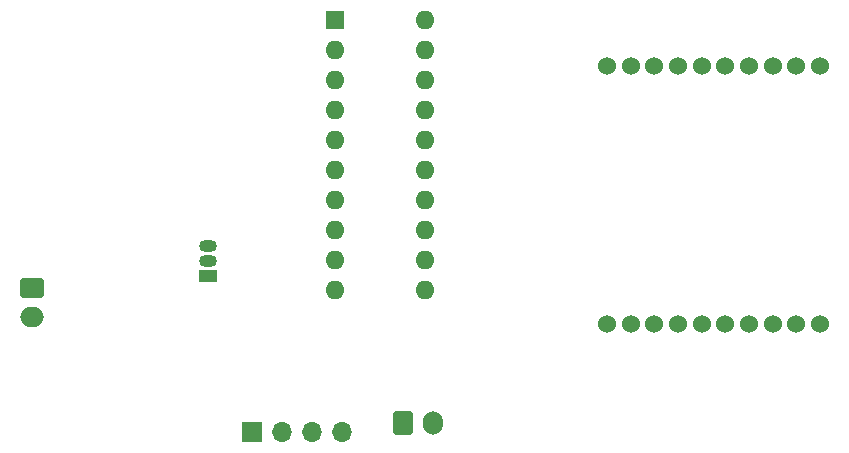
<source format=gbs>
G04 #@! TF.GenerationSoftware,KiCad,Pcbnew,8.0.6*
G04 #@! TF.CreationDate,2025-02-13T22:05:00-07:00*
G04 #@! TF.ProjectId,PACS_1.0,50414353-5f31-42e3-902e-6b696361645f,rev?*
G04 #@! TF.SameCoordinates,Original*
G04 #@! TF.FileFunction,Soldermask,Bot*
G04 #@! TF.FilePolarity,Negative*
%FSLAX46Y46*%
G04 Gerber Fmt 4.6, Leading zero omitted, Abs format (unit mm)*
G04 Created by KiCad (PCBNEW 8.0.6) date 2025-02-13 22:05:00*
%MOMM*%
%LPD*%
G01*
G04 APERTURE LIST*
G04 Aperture macros list*
%AMRoundRect*
0 Rectangle with rounded corners*
0 $1 Rounding radius*
0 $2 $3 $4 $5 $6 $7 $8 $9 X,Y pos of 4 corners*
0 Add a 4 corners polygon primitive as box body*
4,1,4,$2,$3,$4,$5,$6,$7,$8,$9,$2,$3,0*
0 Add four circle primitives for the rounded corners*
1,1,$1+$1,$2,$3*
1,1,$1+$1,$4,$5*
1,1,$1+$1,$6,$7*
1,1,$1+$1,$8,$9*
0 Add four rect primitives between the rounded corners*
20,1,$1+$1,$2,$3,$4,$5,0*
20,1,$1+$1,$4,$5,$6,$7,0*
20,1,$1+$1,$6,$7,$8,$9,0*
20,1,$1+$1,$8,$9,$2,$3,0*%
G04 Aperture macros list end*
%ADD10R,1.500000X1.050000*%
%ADD11O,1.500000X1.050000*%
%ADD12R,1.600000X1.600000*%
%ADD13O,1.600000X1.600000*%
%ADD14R,1.700000X1.700000*%
%ADD15O,1.700000X1.700000*%
%ADD16RoundRect,0.250000X-0.750000X0.600000X-0.750000X-0.600000X0.750000X-0.600000X0.750000X0.600000X0*%
%ADD17O,2.000000X1.700000*%
%ADD18RoundRect,0.250000X-0.600000X-0.750000X0.600000X-0.750000X0.600000X0.750000X-0.600000X0.750000X0*%
%ADD19O,1.700000X2.000000*%
%ADD20C,1.524000*%
G04 APERTURE END LIST*
D10*
X160925000Y-96020000D03*
D11*
X160925000Y-94750000D03*
X160925000Y-93480000D03*
D12*
X171700000Y-74325000D03*
D13*
X171700000Y-76865000D03*
X171700000Y-79405000D03*
X171700000Y-81945000D03*
X171700000Y-84485000D03*
X171700000Y-87025000D03*
X171700000Y-89565000D03*
X171700000Y-92105000D03*
X171700000Y-94645000D03*
X171700000Y-97185000D03*
X179320000Y-97185000D03*
X179320000Y-94645000D03*
X179320000Y-92105000D03*
X179320000Y-89565000D03*
X179320000Y-87025000D03*
X179320000Y-84485000D03*
X179320000Y-81945000D03*
X179320000Y-79405000D03*
X179320000Y-76865000D03*
X179320000Y-74325000D03*
D14*
X164700000Y-109225000D03*
D15*
X167240000Y-109225000D03*
X169780000Y-109225000D03*
X172320000Y-109225000D03*
D16*
X146050000Y-97000000D03*
D17*
X146050000Y-99500000D03*
D18*
X177500000Y-108450000D03*
D19*
X180000000Y-108450000D03*
D20*
X212750000Y-78250000D03*
X210750000Y-78250000D03*
X208750000Y-78250000D03*
X206750000Y-78250000D03*
X204750000Y-78250000D03*
X202750000Y-78250000D03*
X200750000Y-78250000D03*
X198750000Y-78250000D03*
X196750000Y-78250000D03*
X194750000Y-78250000D03*
X194750000Y-100094000D03*
X196750000Y-100094000D03*
X198750000Y-100094000D03*
X200750000Y-100094000D03*
X202750000Y-100094000D03*
X204750000Y-100094000D03*
X206750000Y-100094000D03*
X208750000Y-100094000D03*
X210750000Y-100094000D03*
X212750000Y-100094000D03*
M02*

</source>
